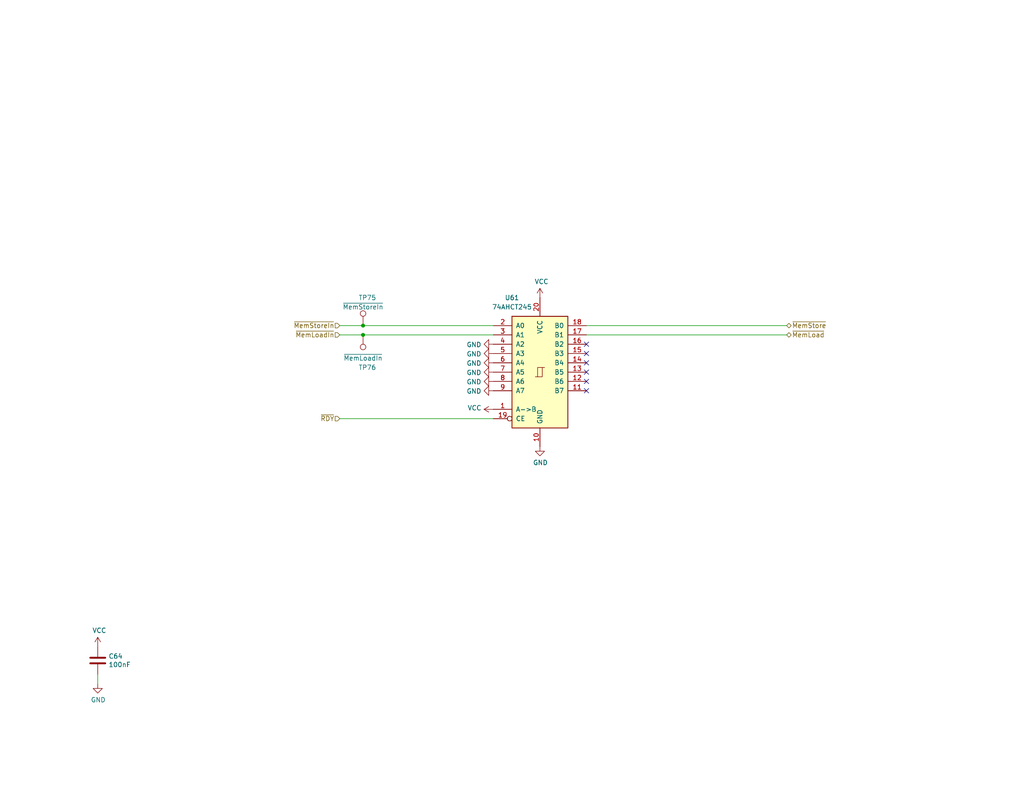
<source format=kicad_sch>
(kicad_sch (version 20230121) (generator eeschema)
  (paper "USLetter")
  (title_block (date "2022-09-25") (rev "C"))
  (lib_symbols
    (symbol "Connector:TestPoint" (pin_numbers hide) (pin_names (offset 0.762) hide)
      (property "Reference" "TP" (at 0 6.858 0))
      (property "Value" "TestPoint" (at 0 5.08 0))
      (symbol "TestPoint_0_1"
        (circle (center 0 3.302) (radius 0.762))
      )
      (symbol "TestPoint_1_1"
        (pin passive line (at 0 0 90) (length 2.54) (name "1") (number "1"))
      )
    )
    (symbol "Device:C" (pin_numbers hide) (pin_names (offset 0.254))
      (property "Reference" "C" (at 0.635 2.54 0))
      (property "Value" "C" (at 0.635 -2.54 0))
      (symbol "C_0_1"
        (polyline (pts (xy -2.032 -0.762) (xy 2.032 -0.762)) (stroke (width 0.508)))
        (polyline (pts (xy -2.032 0.762) (xy 2.032 0.762)) (stroke (width 0.508)))
      )
      (symbol "C_1_1"
        (pin passive line (at 0 3.81 270) (length 2.794) (name "~") (number "1"))
        (pin passive line (at 0 -3.81 90) (length 2.794) (name "~") (number "2"))
      )
    )
    (symbol "MEMModule-rescue:74LS245-74xx" (pin_names (offset 1.016))
      (property "Reference" "U" (at -7.62 16.51 0))
      (property "Value" "74LS245-74xx" (at -7.62 -16.51 0))
      (symbol "74LS245-74xx_1_0"
        (polyline (pts (xy -0.635 -1.27) (xy -0.635 1.27) (xy 0.635 1.27)))
        (polyline (pts (xy -1.27 -1.27) (xy 0.635 -1.27) (xy 0.635 1.27) (xy 1.27 1.27)))
        (pin input line (at -12.7 -10.16 0) (length 5.08) (name "A->B") (number "1"))
        (pin power_in line (at 0 -20.32 90) (length 5.08) (name "GND") (number "10"))
        (pin tri_state line (at 12.7 -5.08 180) (length 5.08) (name "B7") (number "11"))
        (pin tri_state line (at 12.7 -2.54 180) (length 5.08) (name "B6") (number "12"))
        (pin tri_state line (at 12.7 0 180) (length 5.08) (name "B5") (number "13"))
        (pin tri_state line (at 12.7 2.54 180) (length 5.08) (name "B4") (number "14"))
        (pin tri_state line (at 12.7 5.08 180) (length 5.08) (name "B3") (number "15"))
        (pin tri_state line (at 12.7 7.62 180) (length 5.08) (name "B2") (number "16"))
        (pin tri_state line (at 12.7 10.16 180) (length 5.08) (name "B1") (number "17"))
        (pin tri_state line (at 12.7 12.7 180) (length 5.08) (name "B0") (number "18"))
        (pin input inverted (at -12.7 -12.7 0) (length 5.08) (name "CE") (number "19"))
        (pin input line (at -12.7 12.7 0) (length 5.08) (name "A0") (number "2"))
        (pin power_in line (at 0 20.32 270) (length 5.08) (name "VCC") (number "20"))
        (pin input line (at -12.7 10.16 0) (length 5.08) (name "A1") (number "3"))
        (pin input line (at -12.7 7.62 0) (length 5.08) (name "A2") (number "4"))
        (pin input line (at -12.7 5.08 0) (length 5.08) (name "A3") (number "5"))
        (pin input line (at -12.7 2.54 0) (length 5.08) (name "A4") (number "6"))
        (pin input line (at -12.7 0 0) (length 5.08) (name "A5") (number "7"))
        (pin input line (at -12.7 -2.54 0) (length 5.08) (name "A6") (number "8"))
        (pin input line (at -12.7 -5.08 0) (length 5.08) (name "A7") (number "9"))
      )
      (symbol "74LS245-74xx_1_1"
        (rectangle (start -7.62 15.24) (end 7.62 -15.24) (stroke (width 0.254)) (fill (type background)))
      )
    )
    (symbol "power:GND" (power) (pin_names (offset 0))
      (property "Value" "GND" (at 0 -3.81 0))
      (symbol "GND_0_1"
        (polyline (pts (xy 0 0) (xy 0 -1.27) (xy 1.27 -1.27) (xy 0 -2.54) (xy -1.27 -1.27) (xy 0 -1.27)))
      )
      (symbol "GND_1_1"
        (pin power_in line (at 0 0 270) (length 0) hide (name "GND") (number "1"))
      )
    )
    (symbol "power:VCC" (power) (pin_names (offset 0))
      (property "Value" "VCC" (at 0 3.81 0))
      (symbol "VCC_0_1"
        (polyline (pts (xy -0.762 1.27) (xy 0 2.54)))
        (polyline (pts (xy 0 0) (xy 0 2.54)))
        (polyline (pts (xy 0 2.54) (xy 0.762 1.27)))
      )
      (symbol "VCC_1_1"
        (pin power_in line (at 0 0 90) (length 0) hide (name "VCC") (number "1"))
      )
    )
  )
  (junction (at 99.06 88.9))
  (junction (at 99.06 91.44))
  (no_connect (at 160.02 93.98))
  (no_connect (at 160.02 96.52))
  (no_connect (at 160.02 101.6))
  (no_connect (at 160.02 99.06))
  (no_connect (at 160.02 104.14))
  (no_connect (at 160.02 106.68))
  (wire (pts (xy 26.67 186.69) (xy 26.67 184.15)))
  (wire (pts (xy 160.02 88.9) (xy 214.63 88.9)))
  (wire (pts (xy 160.02 91.44) (xy 214.63 91.44)))
  (wire (pts (xy 92.71 88.9) (xy 99.06 88.9)))
  (wire (pts (xy 92.71 91.44) (xy 99.06 91.44)))
  (wire (pts (xy 92.71 114.3) (xy 134.62 114.3)))
  (wire (pts (xy 99.06 88.9) (xy 134.62 88.9)))
  (wire (pts (xy 99.06 91.44) (xy 134.62 91.44)))
  (hierarchical_label "~{MemLoad}" (shape tri_state) (at 214.63 91.44 0))
  (hierarchical_label "~{MemLoadIn}" (shape input) (at 92.71 91.44 180))
  (hierarchical_label "~{MemStoreIn}" (shape input) (at 92.71 88.9 180))
  (hierarchical_label "~{RDY}" (shape input) (at 92.71 114.3 180))
  (hierarchical_label "~{MemStore}" (shape tri_state) (at 214.63 88.9 0))
  (symbol (lib_id "Device:C") (at 26.67 180.34 0) (unit 1)
    (property "Reference" "C64" (at 29.591 179.1716 0) (effects (justify left)))
    (property "Value" "100nF" (at 29.591 181.483 0) (effects (justify left)))
    (property "Footprint" "Capacitor_SMD:C_0603_1608Metric_Pad1.08x0.95mm_HandSolder" (effects hide))
    (property "Mouser" "https://www.mouser.com/ProductDetail/963-EMK107B7104KAHT" (effects hide))
  )
  (symbol (lib_id "power:VCC") (at 26.67 176.53 0) (unit 1)
    (property "Reference" "#PWR0322" (effects hide))
    (property "Value" "VCC" (at 27.1018 172.1358 0))
  )
  (symbol (lib_id "power:GND") (at 26.67 186.69 0) (unit 1)
    (property "Reference" "#PWR0323" (effects hide))
    (property "Value" "GND" (at 26.797 191.0842 0))
  )
  (symbol (lib_id "power:GND") (at 134.62 93.98 270) (unit 1)
    (property "Reference" "#PWR0324" (effects hide))
    (property "Value" "GND" (at 131.3688 94.107 90) (effects (justify right)))
  )
  (symbol (lib_id "power:GND") (at 134.62 96.52 270) (unit 1)
    (property "Reference" "#PWR0325" (effects hide))
    (property "Value" "GND" (at 131.3688 96.647 90) (effects (justify right)))
  )
  (symbol (lib_id "power:GND") (at 134.62 99.06 270) (unit 1)
    (property "Reference" "#PWR0326" (effects hide))
    (property "Value" "GND" (at 131.3688 99.187 90) (effects (justify right)))
  )
  (symbol (lib_id "power:GND") (at 134.62 101.6 270) (unit 1)
    (property "Reference" "#PWR0327" (effects hide))
    (property "Value" "GND" (at 131.3688 101.727 90) (effects (justify right)))
  )
  (symbol (lib_id "power:GND") (at 134.62 104.14 270) (unit 1)
    (property "Reference" "#PWR0328" (effects hide))
    (property "Value" "GND" (at 131.3688 104.267 90) (effects (justify right)))
  )
  (symbol (lib_id "power:GND") (at 134.62 106.68 270) (unit 1)
    (property "Reference" "#PWR0329" (effects hide))
    (property "Value" "GND" (at 131.3688 106.807 90) (effects (justify right)))
  )
  (symbol (lib_id "MEMModule-rescue:74LS245-74xx") (at 147.32 101.6 0) (unit 1)
    (property "Reference" "U61" (at 139.7 81.28 0))
    (property "Value" "74AHCT245" (at 139.7 83.82 0))
    (property "Footprint" "Package_SO:TSSOP-20_4.4x6.5mm_P0.65mm" (effects hide))
    (property "Datasheet" "https://www.mouser.com/datasheet/2/916/74AHCT245A-1597455.pdf" (effects hide))
    (property "Mouser" "https://www.mouser.com/ProductDetail/Nexperia/74AHCT245APWJ?qs=u4fy%2FsgLU9Nfcswc3zVmFw%3D%3D" (effects hide))
  )
  (symbol (lib_id "power:VCC") (at 147.32 81.28 0) (unit 1)
    (property "Reference" "#PWR0331" (effects hide))
    (property "Value" "VCC" (at 147.7518 76.8858 0))
  )
  (symbol (lib_id "power:GND") (at 147.32 121.92 0) (unit 1)
    (property "Reference" "#PWR0332" (effects hide))
    (property "Value" "GND" (at 147.447 126.3142 0))
  )
  (symbol (lib_id "power:VCC") (at 134.62 111.76 90) (unit 1)
    (property "Reference" "#PWR0330" (effects hide))
    (property "Value" "VCC" (at 131.3942 111.379 90) (effects (justify left)))
  )
  (symbol (lib_id "Connector:TestPoint") (at 99.06 91.44 0) (mirror x) (unit 1)
    (property "Reference" "TP76" (at 97.79 100.33 0) (effects (justify left)))
    (property "Value" "~{MemLoadIn}" (at 99.06 97.79 0))
    (property "Footprint" "TestPoint:TestPoint_Pad_D1.0mm" (effects hide))
  )
  (symbol (lib_id "Connector:TestPoint") (at 99.06 88.9 0) (unit 1)
    (property "Reference" "TP75" (at 97.79 81.28 0) (effects (justify left)))
    (property "Value" "~{MemStoreIn}" (at 99.06 83.82 0))
    (property "Footprint" "TestPoint:TestPoint_Pad_D1.0mm" (effects hide))
  )
)
</source>
